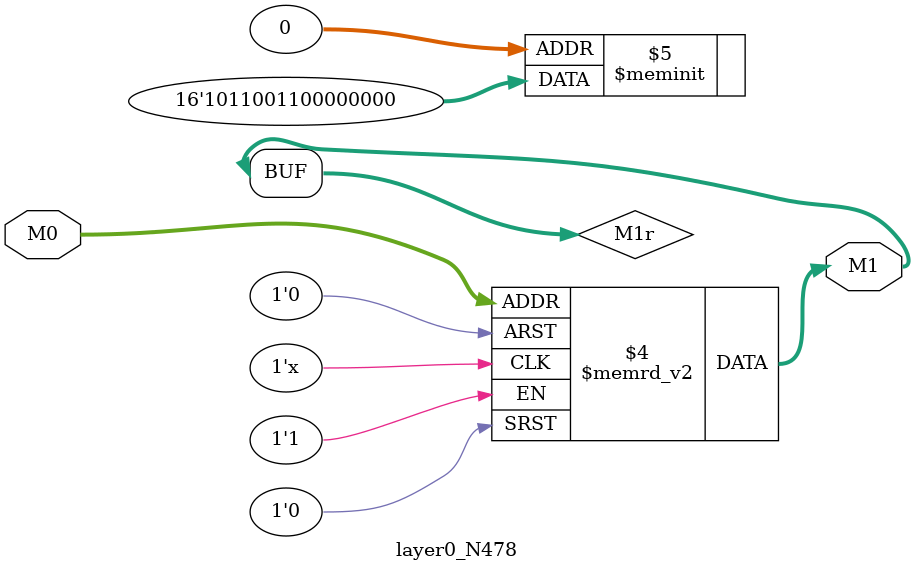
<source format=v>
module layer0_N478 ( input [2:0] M0, output [1:0] M1 );

	(*rom_style = "distributed" *) reg [1:0] M1r;
	assign M1 = M1r;
	always @ (M0) begin
		case (M0)
			3'b000: M1r = 2'b00;
			3'b100: M1r = 2'b11;
			3'b010: M1r = 2'b00;
			3'b110: M1r = 2'b11;
			3'b001: M1r = 2'b00;
			3'b101: M1r = 2'b00;
			3'b011: M1r = 2'b00;
			3'b111: M1r = 2'b10;

		endcase
	end
endmodule

</source>
